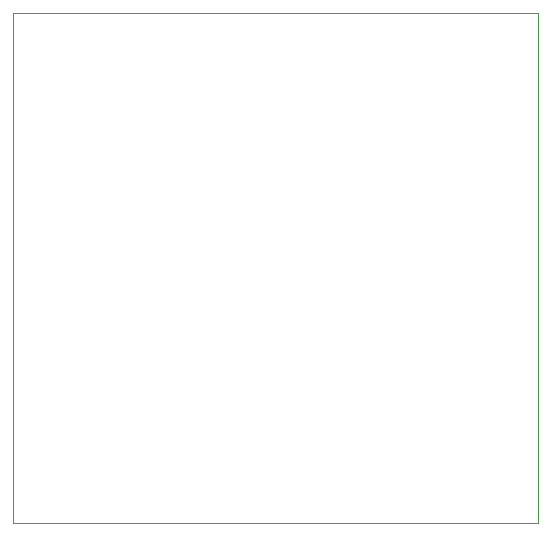
<source format=gm1>
G04 #@! TF.GenerationSoftware,KiCad,Pcbnew,5.1.9+dfsg1-1+deb11u1*
G04 #@! TF.CreationDate,2023-05-29T16:58:53+09:00*
G04 #@! TF.ProjectId,bluetooth_JDY-67_dev_board,626c7565-746f-46f7-9468-5f4a44592d36,rev?*
G04 #@! TF.SameCoordinates,Original*
G04 #@! TF.FileFunction,Profile,NP*
%FSLAX46Y46*%
G04 Gerber Fmt 4.6, Leading zero omitted, Abs format (unit mm)*
G04 Created by KiCad (PCBNEW 5.1.9+dfsg1-1+deb11u1) date 2023-05-29 16:58:53*
%MOMM*%
%LPD*%
G01*
G04 APERTURE LIST*
G04 #@! TA.AperFunction,Profile*
%ADD10C,0.050000*%
G04 #@! TD*
G04 APERTURE END LIST*
D10*
X97028000Y-120142000D02*
X97028000Y-76962000D01*
X141478000Y-120142000D02*
X97028000Y-120142000D01*
X141478000Y-76962000D02*
X141478000Y-120142000D01*
X97028000Y-76962000D02*
X141478000Y-76962000D01*
M02*

</source>
